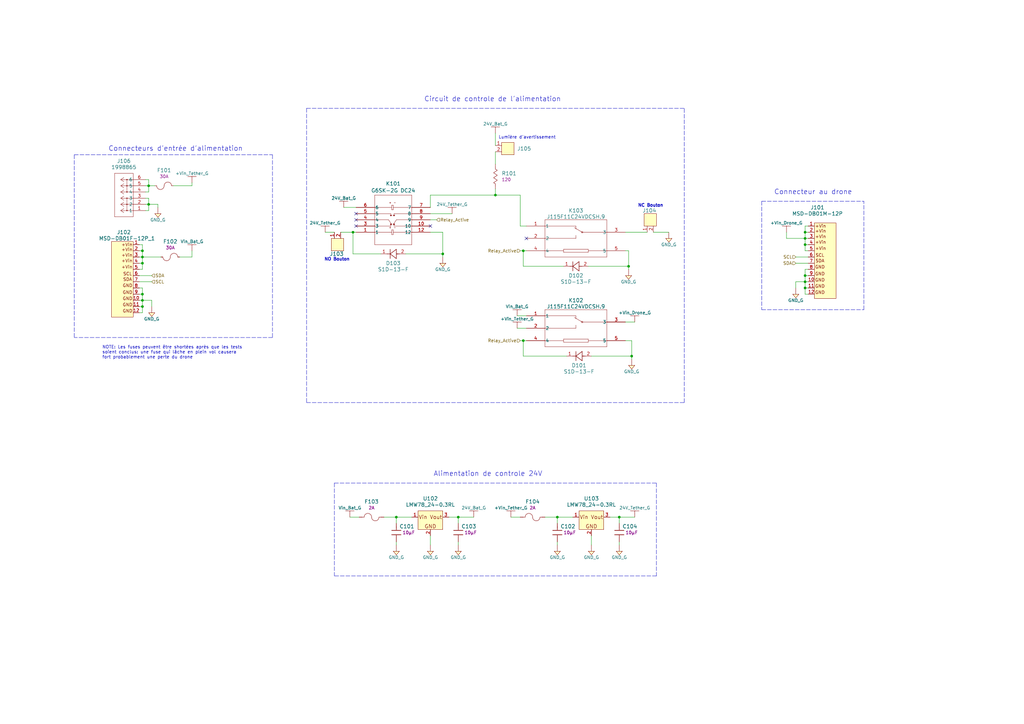
<source format=kicad_sch>
(kicad_sch (version 20230121) (generator eeschema)
  (paper "A3")
  (lib_symbols
    (symbol "Capacitors:GRM32EC72A106ME05L" (pin_numbers hide) (pin_names (offset 0) hide)
      (property "Reference" "C" (at -1.27 4.064 0))
      (property "Capacitance (Farad)" "10µF" (at -1.27 -3.048 0))
      (symbol "GRM32EC72A106ME05L_0_1"
        (polyline (pts (xy -2.54 0) (xy -2.286 0)))
        (polyline (pts (xy -2.159 1.905) (xy -2.159 -1.905)) (stroke (width 0.254)))
        (polyline (pts (xy -0.381 1.905) (xy -0.381 -1.905)) (stroke (width 0.254)))
        (polyline (pts (xy 0 0) (xy -0.254 0)))
        (polyline (pts (xy 0.635 0) (xy 1.27 0)))
      )
      (symbol "GRM32EC72A106ME05L_1_1"
        (pin passive line (at -5.08 0 0) (length 2.54) (name "1") (number "1"))
        (pin passive line (at 2.54 0 180) (length 2.54) (name "2") (number "2"))
      )
    )
    (symbol "Connectors:1998865" (pin_names (offset 0.254))
      (property "Reference" "J" (at 8.89 6.35 0))
      (property "Value" "1998865" (at 8.89 8.382 0))
      (symbol "1998865_0_1"
        (polyline (pts (xy 5.08 -15.24) (xy 12.7 -15.24)) (stroke (width 0.127)))
        (polyline (pts (xy 5.08 2.54) (xy 5.08 -15.24)) (stroke (width 0.127)))
        (polyline (pts (xy 7.62 -7.62) (xy 7.62 -12.7)) (stroke (width 0.127)))
        (polyline (pts (xy 7.62 0) (xy 7.62 -5.08)) (stroke (width 0.127)))
        (polyline (pts (xy 10.16 -12.7) (xy 5.08 -12.7)) (stroke (width 0.127)))
        (polyline (pts (xy 10.16 -12.7) (xy 8.89 -13.5467)) (stroke (width 0.127)))
        (polyline (pts (xy 10.16 -12.7) (xy 8.89 -11.8533)) (stroke (width 0.127)))
        (polyline (pts (xy 10.16 -10.16) (xy 5.08 -10.16)) (stroke (width 0.127)))
        (polyline (pts (xy 10.16 -10.16) (xy 8.89 -11.0067)) (stroke (width 0.127)))
        (polyline (pts (xy 10.16 -10.16) (xy 8.89 -9.3133)) (stroke (width 0.127)))
        (polyline (pts (xy 10.16 -7.62) (xy 5.08 -7.62)) (stroke (width 0.127)))
        (polyline (pts (xy 10.16 -7.62) (xy 8.89 -8.4667)) (stroke (width 0.127)))
        (polyline (pts (xy 10.16 -7.62) (xy 8.89 -6.7733)) (stroke (width 0.127)))
        (polyline (pts (xy 10.16 -5.08) (xy 5.08 -5.08)) (stroke (width 0.127)))
        (polyline (pts (xy 10.16 -5.08) (xy 8.89 -5.9267)) (stroke (width 0.127)))
        (polyline (pts (xy 10.16 -5.08) (xy 8.89 -4.2333)) (stroke (width 0.127)))
        (polyline (pts (xy 10.16 -2.54) (xy 5.08 -2.54)) (stroke (width 0.127)))
        (polyline (pts (xy 10.16 -2.54) (xy 8.89 -3.3867)) (stroke (width 0.127)))
        (polyline (pts (xy 10.16 -2.54) (xy 8.89 -1.6933)) (stroke (width 0.127)))
        (polyline (pts (xy 10.16 0) (xy 5.08 0)) (stroke (width 0.127)))
        (polyline (pts (xy 10.16 0) (xy 8.89 -0.8467)) (stroke (width 0.127)))
        (polyline (pts (xy 10.16 0) (xy 8.89 0.8467)) (stroke (width 0.127)))
        (polyline (pts (xy 12.7 -15.24) (xy 12.7 2.54)) (stroke (width 0.127)))
        (polyline (pts (xy 12.7 2.54) (xy 5.08 2.54)) (stroke (width 0.127)))
        (circle (center 7.62 -12.7) (radius 0.127) (stroke (width 0.254)))
        (circle (center 7.62 -10.16) (radius 0.127) (stroke (width 0.254)))
        (circle (center 7.62 -7.62) (radius 0.127) (stroke (width 0.254)))
        (circle (center 7.62 -5.08) (radius 0.127) (stroke (width 0.254)))
        (circle (center 7.62 -2.54) (radius 0.127) (stroke (width 0.254)))
        (circle (center 7.62 0) (radius 0.127) (stroke (width 0.254)))
        (pin unspecified line (at 0 0 0) (length 5.08) (name "1") (number "1"))
        (pin unspecified line (at 0 -2.54 0) (length 5.08) (name "2") (number "2"))
        (pin unspecified line (at 0 -5.08 0) (length 5.08) (name "3") (number "3"))
        (pin unspecified line (at 0 -7.62 0) (length 5.08) (name "4") (number "4"))
        (pin unspecified line (at 0 -10.16 0) (length 5.08) (name "5") (number "5"))
        (pin unspecified line (at 0 -12.7 0) (length 5.08) (name "6") (number "6"))
      )
    )
    (symbol "Connectors:64900221122" (pin_names (offset 0) hide)
      (property "Reference" "J" (at 0 5.08 0))
      (property "Value" "64900221122" (at 0 -3.81 0))
      (symbol "64900221122_0_1"
        (rectangle (start -2.54 3.81) (end 2.54 -1.27) (fill (type background)))
      )
      (symbol "64900221122_1_1"
        (pin passive line (at 5.08 0 180) (length 2.54) (name "1") (number "1"))
        (pin passive line (at 5.08 2.54 180) (length 2.54) (name "2") (number "2"))
      )
    )
    (symbol "Connectors:MSD-DB01F-12P_1" (pin_names (offset 0) hide)
      (property "Reference" "J" (at 0 34.29 0))
      (property "Value" "MSD-DB01F-12P_1" (at 0 -3.81 0))
      (symbol "MSD-DB01F-12P_1_0_1"
        (rectangle (start -7.62 31.75) (end 1.27 0.762) (fill (type background)))
      )
      (symbol "MSD-DB01F-12P_1_1_1"
        (text "+Vin" (at -1.27 21.336 0) (effects (font (size 1.27 1.27))))
        (text "+Vin" (at -1.27 23.876 0) (effects (font (size 1.27 1.27))))
        (text "+Vin" (at -1.27 26.162 0) (effects (font (size 1.27 1.27))))
        (text "+Vin" (at -1.27 28.448 0) (effects (font (size 1.27 1.27))))
        (text "+Vin" (at -1.27 30.48 0) (effects (font (size 1.27 1.27))))
        (text "GND" (at -1.016 3.302 0) (effects (font (size 1.27 1.27))))
        (text "GND" (at -1.016 5.842 0) (effects (font (size 1.27 1.27))))
        (text "GND" (at -1.016 8.382 0) (effects (font (size 1.27 1.27))))
        (text "GND" (at -1.016 10.922 0) (effects (font (size 1.27 1.27))))
        (text "GND" (at -1.016 13.716 0) (effects (font (size 1.27 1.27))))
        (text "SCL" (at -1.016 18.542 0) (effects (font (size 1.27 1.27))))
        (text "SDA" (at -1.016 16.256 0) (effects (font (size 1.27 1.27))))
        (pin passive line (at 3.81 30.48 180) (length 2.54) (name "1") (number "1"))
        (pin passive line (at 3.81 7.62 180) (length 2.54) (name "10") (number "10"))
        (pin passive line (at 3.81 5.08 180) (length 2.54) (name "11") (number "11"))
        (pin passive line (at 3.81 2.54 180) (length 2.54) (name "12") (number "12"))
        (pin passive line (at 3.81 27.94 180) (length 2.54) (name "2") (number "2"))
        (pin passive line (at 3.81 25.4 180) (length 2.54) (name "3") (number "3"))
        (pin passive line (at 3.81 22.86 180) (length 2.54) (name "4") (number "4"))
        (pin passive line (at 3.81 20.32 180) (length 2.54) (name "5") (number "5"))
        (pin passive line (at 3.81 17.78 180) (length 2.54) (name "6") (number "6"))
        (pin passive line (at 3.81 15.24 180) (length 2.54) (name "7") (number "7"))
        (pin passive line (at 3.81 12.7 180) (length 2.54) (name "8") (number "8"))
        (pin passive line (at 3.81 10.16 180) (length 2.54) (name "9") (number "9"))
      )
    )
    (symbol "Connectors:MSD-DB01M-12P" (pin_names (offset 0) hide)
      (property "Reference" "J" (at 0 34.29 0))
      (property "Value" "MSD-DB01M-12P" (at 0 -3.81 0))
      (symbol "MSD-DB01M-12P_0_1"
        (rectangle (start -7.62 31.75) (end 1.27 0.762) (fill (type background)))
      )
      (symbol "MSD-DB01M-12P_1_1"
        (text "+Vin" (at -1.27 21.336 0) (effects (font (size 1.27 1.27))))
        (text "+Vin" (at -1.27 23.876 0) (effects (font (size 1.27 1.27))))
        (text "+Vin" (at -1.27 26.162 0) (effects (font (size 1.27 1.27))))
        (text "+Vin" (at -1.27 28.448 0) (effects (font (size 1.27 1.27))))
        (text "+Vin" (at -1.27 30.48 0) (effects (font (size 1.27 1.27))))
        (text "GND" (at -1.016 3.302 0) (effects (font (size 1.27 1.27))))
        (text "GND" (at -1.016 5.842 0) (effects (font (size 1.27 1.27))))
        (text "GND" (at -1.016 8.382 0) (effects (font (size 1.27 1.27))))
        (text "GND" (at -1.016 10.922 0) (effects (font (size 1.27 1.27))))
        (text "GND" (at -1.016 13.716 0) (effects (font (size 1.27 1.27))))
        (text "SCL" (at -1.016 18.542 0) (effects (font (size 1.27 1.27))))
        (text "SDA" (at -1.016 16.256 0) (effects (font (size 1.27 1.27))))
        (pin passive line (at 3.81 30.48 180) (length 2.54) (name "1") (number "1"))
        (pin passive line (at 3.81 7.62 180) (length 2.54) (name "10") (number "10"))
        (pin passive line (at 3.81 5.08 180) (length 2.54) (name "11") (number "11"))
        (pin passive line (at 3.81 2.54 180) (length 2.54) (name "12") (number "12"))
        (pin passive line (at 3.81 27.94 180) (length 2.54) (name "2") (number "2"))
        (pin passive line (at 3.81 25.4 180) (length 2.54) (name "3") (number "3"))
        (pin passive line (at 3.81 22.86 180) (length 2.54) (name "4") (number "4"))
        (pin passive line (at 3.81 20.32 180) (length 2.54) (name "5") (number "5"))
        (pin passive line (at 3.81 17.78 180) (length 2.54) (name "6") (number "6"))
        (pin passive line (at 3.81 15.24 180) (length 2.54) (name "7") (number "7"))
        (pin passive line (at 3.81 12.7 180) (length 2.54) (name "8") (number "8"))
        (pin passive line (at 3.81 10.16 180) (length 2.54) (name "9") (number "9"))
      )
    )
    (symbol "Diodes:S1D-13-F" (pin_names (offset 0.254))
      (property "Reference" "D" (at 5.08 4.445 0))
      (property "Value" "S1D-13-F" (at 5.08 -3.81 0))
      (symbol "S1D-13-F_1_1"
        (polyline (pts (xy 2.54 0) (xy 3.4798 0)) (stroke (width 0.2032)))
        (polyline (pts (xy 3.175 0) (xy 3.81 0)) (stroke (width 0.2032)))
        (polyline (pts (xy 3.81 -1.905) (xy 6.35 0)) (stroke (width 0.2032)))
        (polyline (pts (xy 3.81 1.905) (xy 3.81 -1.905)) (stroke (width 0.2032)))
        (polyline (pts (xy 6.35 -1.905) (xy 6.35 1.905)) (stroke (width 0.2032)))
        (polyline (pts (xy 6.35 0) (xy 3.81 1.905)) (stroke (width 0.2032)))
        (polyline (pts (xy 6.35 0) (xy 7.62 0)) (stroke (width 0.2032)))
        (pin unspecified line (at 10.16 0 180) (length 2.54) (name "") (number "1"))
        (pin unspecified line (at 0 0 0) (length 2.54) (name "") (number "2"))
      )
      (symbol "S1D-13-F_1_2"
        (polyline (pts (xy -1.905 3.81) (xy 1.905 3.81)) (stroke (width 0.2032)))
        (polyline (pts (xy 0 2.54) (xy 0 3.4798)) (stroke (width 0.2032)))
        (polyline (pts (xy 0 3.175) (xy 0 3.81)) (stroke (width 0.2032)))
        (polyline (pts (xy 0 6.35) (xy -1.905 3.81)) (stroke (width 0.2032)))
        (polyline (pts (xy 0 6.35) (xy 0 7.62)) (stroke (width 0.2032)))
        (polyline (pts (xy 1.905 3.81) (xy 0 6.35)) (stroke (width 0.2032)))
        (polyline (pts (xy 1.905 6.35) (xy -1.905 6.35)) (stroke (width 0.2032)))
        (pin unspecified line (at 0 10.16 270) (length 2.54) (name "") (number "1"))
        (pin unspecified line (at 0 0 90) (length 2.54) (name "") (number "2"))
      )
    )
    (symbol "Fuses:047706.3MRET1P" (pin_numbers hide) (pin_names (offset 0) hide)
      (property "Reference" "F" (at 0 2.794 0))
      (property "Current Rating (A)" "6.3A" (at 0 -2.54 0))
      (symbol "047706.3MRET1P_0_1"
        (arc (start 0 0) (mid 1.524 -1.5174) (end 3.048 0))
      )
      (symbol "047706.3MRET1P_1_1"
        (arc (start 0 0) (mid -1.524 1.5174) (end -3.048 0))
        (pin passive line (at -3.81 0 0) (length 0.762) (name "~") (number "1"))
        (pin passive line (at 3.81 0 180) (length 0.762) (name "~") (number "2"))
      )
    )
    (symbol "Fuses:0698Q2000-02" (pin_numbers hide) (pin_names (offset 0) hide)
      (property "Reference" "F" (at 0 2.794 0))
      (property "Current Rating (A)" "2A" (at 0 -2.54 0))
      (symbol "0698Q2000-02_0_1"
        (rectangle (start -3.81 0) (end -3.048 0) (fill (type background)))
        (arc (start 0 0) (mid 1.524 -1.5174) (end 3.048 0))
        (rectangle (start 3.048 0) (end 3.81 0) (fill (type background)))
      )
      (symbol "0698Q2000-02_1_1"
        (arc (start 0 0) (mid -1.524 1.5174) (end -3.048 0))
        (pin passive line (at -5.08 0 0) (length 1.27) (name "1") (number "1"))
        (pin passive line (at 5.08 0 180) (length 1.27) (name "2") (number "2"))
      )
    )
    (symbol "PMIC:LMW78_24-0.3RL" (pin_names (offset 0) hide)
      (property "Reference" "U" (at 0 3.81 0))
      (property "Value" "LMW78_24-0.3RL" (at 0 -10.16 0))
      (symbol "LMW78_24-0.3RL_0_0"
        (text "GND" (at 0 -3.81 0) (effects (font (size 1.524 1.524))))
        (text "Vin" (at -3.048 0 0) (effects (font (size 1.524 1.524))))
        (text "Vout" (at 2.286 0 0) (effects (font (size 1.524 1.524))))
      )
      (symbol "LMW78_24-0.3RL_0_1"
        (rectangle (start -5.08 -5.08) (end 5.08 2.54) (fill (type background)))
      )
      (symbol "LMW78_24-0.3RL_1_1"
        (pin input line (at -7.62 0 0) (length 2.54) (name "Vin") (number "1"))
        (pin input line (at 0 -7.62 90) (length 2.54) (name "GND") (number "2"))
        (pin input line (at 7.62 0 180) (length 2.54) (name "Vout") (number "3"))
      )
    )
    (symbol "Power_Port:+24V_Bat_G" (power) (pin_numbers hide) (pin_names (offset 0) hide)
      (property "Value" "+24V_Bat_G" (at -0.254 3.556 0))
      (symbol "+24V_Bat_G_0_1"
        (polyline (pts (xy -1.778 2.54) (xy 0 2.54)))
        (polyline (pts (xy 0 0) (xy 0 2.54)))
        (polyline (pts (xy 0 2.54) (xy 1.778 2.54)))
      )
      (symbol "+24V_Bat_G_1_1"
        (pin power_in line (at 0 0 90) (length 0) hide (name "24V_Bat_G") (number "1"))
      )
    )
    (symbol "Power_Port:+24V_Tether_G" (power) (pin_numbers hide) (pin_names (offset 0) hide)
      (property "Value" "+24V_Tether_G" (at -0.254 3.556 0))
      (symbol "+24V_Tether_G_0_1"
        (polyline (pts (xy -1.778 2.54) (xy 0 2.54)))
        (polyline (pts (xy 0 0) (xy 0 2.54)))
        (polyline (pts (xy 0 2.54) (xy 1.778 2.54)))
      )
      (symbol "+24V_Tether_G_1_1"
        (pin power_in line (at 0 0 90) (length 0) hide (name "24V_Tether_G") (number "1"))
      )
    )
    (symbol "Power_Port:+Vin_Bat_G" (power) (pin_numbers hide) (pin_names (offset 0) hide)
      (property "Value" "+Vin_Bat_G" (at -0.254 3.556 0))
      (symbol "+Vin_Bat_G_0_1"
        (polyline (pts (xy -1.778 2.54) (xy 0 2.54)))
        (polyline (pts (xy 0 0) (xy 0 2.54)))
        (polyline (pts (xy 0 2.54) (xy 1.778 2.54)))
      )
      (symbol "+Vin_Bat_G_1_1"
        (pin power_in line (at 0 0 90) (length 0) hide (name "Vin_Bat_G") (number "1"))
      )
    )
    (symbol "Power_Port:+Vin_Drone_G" (power) (pin_numbers hide) (pin_names (offset 0) hide)
      (property "Value" "+Vin_Drone_G" (at -0.254 3.556 0))
      (symbol "+Vin_Drone_G_0_1"
        (polyline (pts (xy -1.778 2.54) (xy 0 2.54)))
        (polyline (pts (xy 0 0) (xy 0 2.54)))
        (polyline (pts (xy 0 2.54) (xy 1.778 2.54)))
      )
      (symbol "+Vin_Drone_G_1_1"
        (pin power_in line (at 0 0 90) (length 0) hide (name "+Vin_Drone_G") (number "1"))
      )
    )
    (symbol "Power_Port:+Vin_Tether_G" (power) (pin_numbers hide) (pin_names (offset 0) hide)
      (property "Value" "+Vin_Tether_G" (at -0.254 3.556 0))
      (symbol "+Vin_Tether_G_0_1"
        (polyline (pts (xy -1.778 2.54) (xy 0 2.54)))
        (polyline (pts (xy 0 0) (xy 0 2.54)))
        (polyline (pts (xy 0 2.54) (xy 1.778 2.54)))
      )
      (symbol "+Vin_Tether_G_1_1"
        (pin power_in line (at 0 0 90) (length 0) hide (name "+Vin_Tether_G") (number "1"))
      )
    )
    (symbol "Power_Port:GND_G" (power) (pin_numbers hide) (pin_names (offset 0) hide)
      (property "Value" "GND_G" (at 0 -2.54 0))
      (symbol "GND_G_0_1"
        (polyline (pts (xy 0 0) (xy 1.27 0)))
        (polyline (pts (xy -1.27 0) (xy 0 -1.524) (xy 1.27 0)) (fill (type background)))
        (polyline (pts (xy 0 2.54) (xy 0 0) (xy -1.27 0)))
      )
      (symbol "GND_G_1_1"
        (pin power_in line (at 0 2.54 90) (length 0) hide (name "GND_G") (number "1"))
      )
    )
    (symbol "Relays:G6SK-2G_DC24" (pin_names (offset 0.254))
      (property "Reference" "K" (at 15.24 10.16 0))
      (property "Value" "G6SK-2G DC24" (at 16.256 8.128 0))
      (symbol "G6SK-2G_DC24_0_1"
        (polyline (pts (xy 7.62 -15.24) (xy 22.86 -15.24)) (stroke (width 0.127)))
        (polyline (pts (xy 7.62 -7.62) (xy 14.2875 -7.62)) (stroke (width 0.127)))
        (polyline (pts (xy 7.62 -2.54) (xy 14.2875 -2.54)) (stroke (width 0.127)))
        (polyline (pts (xy 7.62 5.08) (xy 7.62 -15.24)) (stroke (width 0.127)))
        (polyline (pts (xy 13.335 -5.08) (xy 7.62 -5.08)) (stroke (width 0.127)))
        (polyline (pts (xy 13.97 -11.7475) (xy 13.97 -12.3825)) (stroke (width 0.127)))
        (polyline (pts (xy 13.97 -6.985) (xy 14.2875 -6.6675)) (stroke (width 0.127)))
        (polyline (pts (xy 13.97 -6.985) (xy 14.605 -6.985)) (stroke (width 0.127)))
        (polyline (pts (xy 13.97 -3.175) (xy 14.2875 -3.4925)) (stroke (width 0.127)))
        (polyline (pts (xy 13.97 -3.175) (xy 14.605 -3.175)) (stroke (width 0.127)))
        (polyline (pts (xy 13.97 -1.5875) (xy 13.97 -2.2225)) (stroke (width 0.127)))
        (polyline (pts (xy 14.2875 -12.065) (xy 13.6525 -12.065)) (stroke (width 0.127)))
        (polyline (pts (xy 14.2875 -7.62) (xy 14.2875 -6.985)) (stroke (width 0.127)))
        (polyline (pts (xy 14.2875 -6.6675) (xy 14.605 -6.985)) (stroke (width 0.127)))
        (polyline (pts (xy 14.2875 -3.4925) (xy 14.605 -3.175)) (stroke (width 0.127)))
        (polyline (pts (xy 14.2875 -2.54) (xy 14.2875 -3.175)) (stroke (width 0.127)))
        (polyline (pts (xy 14.2875 -1.905) (xy 13.6525 -1.905)) (stroke (width 0.127)))
        (polyline (pts (xy 14.605 -11.1125) (xy 15.24 -11.1125)) (stroke (width 0.127)))
        (polyline (pts (xy 14.605 -10.16) (xy 7.62 -10.16)) (stroke (width 0.127)))
        (polyline (pts (xy 14.605 -9.2075) (xy 14.605 -11.1125)) (stroke (width 0.127)))
        (polyline (pts (xy 14.605 -9.2075) (xy 15.24 -9.2075)) (stroke (width 0.127)))
        (polyline (pts (xy 14.605 -3.175) (xy 13.335 -5.08)) (stroke (width 0.127)))
        (polyline (pts (xy 14.605 -0.9525) (xy 15.24 -0.9525)) (stroke (width 0.127)))
        (polyline (pts (xy 14.605 0) (xy 7.62 0)) (stroke (width 0.127)))
        (polyline (pts (xy 14.605 0.9525) (xy 14.605 -0.9525)) (stroke (width 0.127)))
        (polyline (pts (xy 14.605 0.9525) (xy 15.24 0.9525)) (stroke (width 0.127)))
        (polyline (pts (xy 15.24 -10.16) (xy 22.86 -10.16)) (stroke (width 0.127)))
        (polyline (pts (xy 15.24 -9.2075) (xy 15.24 -11.1125)) (stroke (width 0.127)))
        (polyline (pts (xy 15.24 -3.175) (xy 16.51 -5.08)) (stroke (width 0.127)))
        (polyline (pts (xy 15.24 0) (xy 22.86 0)) (stroke (width 0.127)))
        (polyline (pts (xy 15.24 0.9525) (xy 15.24 -0.9525)) (stroke (width 0.127)))
        (polyline (pts (xy 15.5575 -12.065) (xy 16.1925 -12.065)) (stroke (width 0.127)))
        (polyline (pts (xy 15.5575 -7.62) (xy 15.5575 -6.985)) (stroke (width 0.127)))
        (polyline (pts (xy 15.5575 -6.6675) (xy 15.24 -6.985)) (stroke (width 0.127)))
        (polyline (pts (xy 15.5575 -3.4925) (xy 15.24 -3.175)) (stroke (width 0.127)))
        (polyline (pts (xy 15.5575 -2.54) (xy 15.5575 -3.175)) (stroke (width 0.127)))
        (polyline (pts (xy 15.5575 -1.905) (xy 16.1925 -1.905)) (stroke (width 0.127)))
        (polyline (pts (xy 15.875 -6.985) (xy 15.24 -6.985)) (stroke (width 0.127)))
        (polyline (pts (xy 15.875 -6.985) (xy 15.5575 -6.6675)) (stroke (width 0.127)))
        (polyline (pts (xy 15.875 -3.175) (xy 15.24 -3.175)) (stroke (width 0.127)))
        (polyline (pts (xy 15.875 -3.175) (xy 15.5575 -3.4925)) (stroke (width 0.127)))
        (polyline (pts (xy 16.51 -5.08) (xy 22.86 -5.08)) (stroke (width 0.127)))
        (polyline (pts (xy 22.86 -15.24) (xy 22.86 5.08)) (stroke (width 0.127)))
        (polyline (pts (xy 22.86 -7.62) (xy 15.5575 -7.62)) (stroke (width 0.127)))
        (polyline (pts (xy 22.86 -2.54) (xy 15.5575 -2.54)) (stroke (width 0.127)))
        (polyline (pts (xy 22.86 5.08) (xy 7.62 5.08)) (stroke (width 0.127)))
        (polyline (pts (xy 13.97 -6.985) (xy 14.2875 -6.6675) (xy 14.605 -6.985)) (fill (type outline)))
        (polyline (pts (xy 13.97 -3.175) (xy 14.605 -3.175) (xy 14.2875 -3.4925)) (fill (type outline)))
        (polyline (pts (xy 15.875 -6.985) (xy 15.5575 -6.6675) (xy 15.24 -6.985)) (fill (type outline)))
        (polyline (pts (xy 15.875 -3.175) (xy 15.24 -3.175) (xy 15.5575 -3.4925)) (fill (type outline)))
        (pin unspecified line (at 0 0 0) (length 7.62) (name "1") (number "1"))
        (pin unspecified line (at 30.48 -2.54 180) (length 7.62) (name "10") (number "10"))
        (pin unspecified line (at 30.48 0 180) (length 7.62) (name "12") (number "12"))
        (pin unspecified line (at 0 -2.54 0) (length 7.62) (name "3") (number "3"))
        (pin unspecified line (at 0 -5.08 0) (length 7.62) (name "4") (number "4"))
        (pin unspecified line (at 0 -7.62 0) (length 7.62) (name "5") (number "5"))
        (pin unspecified line (at 0 -10.16 0) (length 7.62) (name "6") (number "6"))
        (pin unspecified line (at 30.48 -10.16 180) (length 7.62) (name "7") (number "7"))
        (pin unspecified line (at 30.48 -7.62 180) (length 7.62) (name "8") (number "8"))
        (pin unspecified line (at 30.48 -5.08 180) (length 7.62) (name "9") (number "9"))
      )
    )
    (symbol "Relays:J115F11C24VDCSH.9" (pin_names (offset 0.254))
      (property "Reference" "K" (at 20.32 7.62 0))
      (property "Value" "J115F11C24VDCSH.9" (at 20.32 5.08 0))
      (symbol "J115F11C24VDCSH.9_0_1"
        (polyline (pts (xy 7.62 -12.7) (xy 33.02 -12.7)) (stroke (width 0.127)))
        (polyline (pts (xy 7.62 -10.16) (xy 15.24 -10.16)) (stroke (width 0.127)))
        (polyline (pts (xy 7.62 -5.08) (xy 20.32 -5.08)) (stroke (width 0.127)))
        (polyline (pts (xy 7.62 0) (xy 20.32 0)) (stroke (width 0.127)))
        (polyline (pts (xy 7.62 2.54) (xy 7.62 -12.7)) (stroke (width 0.127)))
        (polyline (pts (xy 15.24 -9.525) (xy 15.24 -10.795)) (stroke (width 0.127)))
        (polyline (pts (xy 15.24 -9.525) (xy 25.4 -9.525)) (stroke (width 0.127)))
        (polyline (pts (xy 20.32 -3.81) (xy 20.32 -5.08)) (stroke (width 0.127)))
        (polyline (pts (xy 20.32 0) (xy 20.32 -1.27)) (stroke (width 0.127)))
        (polyline (pts (xy 22.86 -2.54) (xy 19.685 -0.635)) (stroke (width 0.127)))
        (polyline (pts (xy 25.4 -10.795) (xy 15.24 -10.795)) (stroke (width 0.127)))
        (polyline (pts (xy 25.4 -9.525) (xy 25.4 -10.795)) (stroke (width 0.127)))
        (polyline (pts (xy 33.02 -12.7) (xy 33.02 2.54)) (stroke (width 0.127)))
        (polyline (pts (xy 33.02 -10.16) (xy 25.4 -10.16)) (stroke (width 0.127)))
        (polyline (pts (xy 33.02 -2.54) (xy 22.86 -2.54)) (stroke (width 0.127)))
        (polyline (pts (xy 33.02 2.54) (xy 7.62 2.54)) (stroke (width 0.127)))
        (circle (center 22.86 -2.54) (radius 0.3048) (stroke (width 0.127)))
        (pin unspecified line (at 0 0 0) (length 7.62) (name "1") (number "1"))
        (pin unspecified line (at 0 -5.08 0) (length 7.62) (name "2") (number "2"))
        (pin unspecified line (at 40.64 -2.54 180) (length 7.62) (name "3") (number "3"))
        (pin unspecified line (at 0 -10.16 0) (length 7.62) (name "4") (number "4"))
        (pin unspecified line (at 40.64 -10.16 180) (length 7.62) (name "5") (number "5"))
      )
    )
    (symbol "Resistors:RC1206JR-07120RL" (pin_numbers hide) (pin_names (offset 0) hide)
      (property "Reference" "R" (at 0 2.032 0))
      (property "Resistance (Ohms)" "120" (at 0 -1.778 0))
      (symbol "RC1206JR-07120RL_0_1"
        (rectangle (start -3.048 0) (end -3.81 0))
        (polyline (pts (xy -3.048 0) (xy -2.54 0.762) (xy -2.032 0) (xy -1.524 -0.762) (xy -1.016 0) (xy -0.508 0.762) (xy 0 0) (xy 0.508 -0.762) (xy 1.016 0) (xy 1.524 0.762) (xy 2.032 0) (xy 2.54 -0.762) (xy 3.048 0)))
        (rectangle (start 3.81 0) (end 3.048 0))
      )
      (symbol "RC1206JR-07120RL_1_1"
        (pin passive line (at -5.08 0 0) (length 1.27) (name "1") (number "1"))
        (pin passive line (at 5.08 0 180) (length 1.27) (name "2") (number "2"))
      )
    )
  )
  (junction (at 144.78 95.25))
  (junction (at 58.42 125.73))
  (junction (at 330.2 100.33))
  (junction (at 58.42 123.19))
  (junction (at 257.81 109.22))
  (junction (at 330.2 118.11))
  (junction (at 330.2 97.79))
  (junction (at 214.63 102.87))
  (junction (at 203.2 80.01))
  (junction (at 181.61 104.14))
  (junction (at 60.96 83.82))
  (junction (at 330.2 113.03))
  (junction (at 254 212.09))
  (junction (at 58.42 102.87))
  (junction (at 58.42 105.41))
  (junction (at 58.42 107.95))
  (junction (at 162.56 212.09))
  (junction (at 214.63 139.7))
  (junction (at 58.42 120.65))
  (junction (at 330.2 115.57))
  (junction (at 187.96 212.09))
  (junction (at 228.6 212.09))
  (junction (at 60.96 76.2))
  (junction (at 330.2 95.25))
  (junction (at 259.08 146.05))
  (no_connect (at 146.05 87.63))
  (no_connect (at 215.9 97.79))
  (no_connect (at 146.05 92.71))
  (no_connect (at 146.05 90.17))
  (no_connect (at 176.53 92.71))
  (wire (pts (xy 212.09 129.54) (xy 215.9 129.54)))
  (wire (pts (xy 330.2 102.87) (xy 330.2 100.33)))
  (wire (pts (xy 214.63 146.05) (xy 214.63 139.7)))
  (wire (pts (xy 330.2 115.57) (xy 326.39 115.57)))
  (wire (pts (xy 176.53 80.01) (xy 203.2 80.01)))
  (wire (pts (xy 331.47 102.87) (xy 330.2 102.87)))
  (wire (pts (xy 213.36 102.87) (xy 214.63 102.87)))
  (wire (pts (xy 330.2 113.03) (xy 331.47 113.03)))
  (wire (pts (xy 330.2 97.79) (xy 330.2 95.25)))
  (wire (pts (xy 59.69 78.74) (xy 60.96 78.74)))
  (wire (pts (xy 203.2 62.23) (xy 203.2 67.31)))
  (wire (pts (xy 228.6 214.63) (xy 228.6 212.09)))
  (wire (pts (xy 58.42 125.73) (xy 57.15 125.73)))
  (polyline (pts (xy 269.24 198.12) (xy 269.24 236.22)) (stroke (width 0) (type dash)))
  (wire (pts (xy 259.08 139.7) (xy 259.08 146.05)))
  (polyline (pts (xy 30.48 63.5) (xy 111.76 63.5)) (stroke (width 0) (type dash)))
  (wire (pts (xy 203.2 80.01) (xy 213.36 80.01)))
  (wire (pts (xy 64.77 83.82) (xy 60.96 83.82)))
  (polyline (pts (xy 30.48 63.5) (xy 30.48 138.43)) (stroke (width 0) (type dash)))
  (wire (pts (xy 78.74 102.87) (xy 78.74 105.41)))
  (wire (pts (xy 228.6 222.25) (xy 228.6 223.52)))
  (wire (pts (xy 162.56 214.63) (xy 162.56 212.09)))
  (wire (pts (xy 331.47 92.71) (xy 330.2 92.71)))
  (wire (pts (xy 57.15 113.03) (xy 62.23 113.03)))
  (wire (pts (xy 330.2 100.33) (xy 330.2 97.79)))
  (wire (pts (xy 162.56 222.25) (xy 162.56 223.52)))
  (wire (pts (xy 144.78 95.25) (xy 146.05 95.25)))
  (wire (pts (xy 213.36 92.71) (xy 215.9 92.71)))
  (wire (pts (xy 57.15 128.27) (xy 58.42 128.27)))
  (wire (pts (xy 223.52 212.09) (xy 228.6 212.09)))
  (wire (pts (xy 231.14 109.22) (xy 214.63 109.22)))
  (polyline (pts (xy 269.24 236.22) (xy 137.16 236.22)) (stroke (width 0) (type dash)))
  (wire (pts (xy 58.42 120.65) (xy 58.42 118.11)))
  (wire (pts (xy 187.96 212.09) (xy 187.96 214.63)))
  (wire (pts (xy 257.81 102.87) (xy 256.54 102.87)))
  (wire (pts (xy 144.78 95.25) (xy 144.78 104.14)))
  (wire (pts (xy 57.15 115.57) (xy 62.23 115.57)))
  (wire (pts (xy 228.6 212.09) (xy 234.95 212.09)))
  (wire (pts (xy 60.96 73.66) (xy 59.69 73.66)))
  (wire (pts (xy 331.47 97.79) (xy 330.2 97.79)))
  (wire (pts (xy 176.53 90.17) (xy 179.07 90.17)))
  (polyline (pts (xy 111.76 63.5) (xy 111.76 138.43)) (stroke (width 0) (type dash)))
  (wire (pts (xy 64.77 85.09) (xy 64.77 83.82)))
  (wire (pts (xy 257.81 110.49) (xy 257.81 109.22)))
  (wire (pts (xy 259.08 147.32) (xy 259.08 146.05)))
  (wire (pts (xy 267.97 95.25) (xy 274.32 95.25)))
  (wire (pts (xy 330.2 115.57) (xy 330.2 113.03)))
  (wire (pts (xy 214.63 102.87) (xy 215.9 102.87)))
  (wire (pts (xy 78.74 76.2) (xy 78.74 74.93)))
  (wire (pts (xy 256.54 139.7) (xy 259.08 139.7)))
  (polyline (pts (xy 312.42 82.55) (xy 312.42 127)) (stroke (width 0) (type dash)))
  (wire (pts (xy 58.42 105.41) (xy 66.04 105.41)))
  (wire (pts (xy 58.42 118.11) (xy 57.15 118.11)))
  (wire (pts (xy 185.42 87.63) (xy 176.53 87.63)))
  (wire (pts (xy 203.2 54.61) (xy 203.2 59.69)))
  (wire (pts (xy 331.47 105.41) (xy 326.39 105.41)))
  (wire (pts (xy 60.96 78.74) (xy 60.96 76.2)))
  (wire (pts (xy 214.63 109.22) (xy 214.63 102.87)))
  (polyline (pts (xy 137.16 198.12) (xy 269.24 198.12)) (stroke (width 0) (type dash)))
  (wire (pts (xy 257.81 102.87) (xy 257.81 109.22)))
  (wire (pts (xy 331.47 95.25) (xy 330.2 95.25)))
  (wire (pts (xy 162.56 212.09) (xy 168.91 212.09)))
  (wire (pts (xy 71.12 76.2) (xy 78.74 76.2)))
  (wire (pts (xy 58.42 110.49) (xy 58.42 107.95)))
  (wire (pts (xy 326.39 115.57) (xy 326.39 118.11)))
  (wire (pts (xy 181.61 95.25) (xy 176.53 95.25)))
  (wire (pts (xy 331.47 100.33) (xy 330.2 100.33)))
  (wire (pts (xy 184.15 212.09) (xy 187.96 212.09)))
  (wire (pts (xy 250.19 212.09) (xy 254 212.09)))
  (wire (pts (xy 176.53 80.01) (xy 176.53 85.09)))
  (wire (pts (xy 62.23 125.73) (xy 62.23 123.19)))
  (wire (pts (xy 254 222.25) (xy 254 223.52)))
  (polyline (pts (xy 125.73 165.1) (xy 280.67 165.1)) (stroke (width 0) (type dash)))
  (wire (pts (xy 214.63 139.7) (xy 215.9 139.7)))
  (polyline (pts (xy 354.33 127) (xy 354.33 82.55)) (stroke (width 0) (type dash)))
  (wire (pts (xy 60.96 76.2) (xy 60.96 73.66)))
  (polyline (pts (xy 125.73 44.45) (xy 125.73 165.1)) (stroke (width 0) (type dash)))
  (wire (pts (xy 203.2 77.47) (xy 203.2 80.01)))
  (wire (pts (xy 58.42 107.95) (xy 58.42 105.41)))
  (wire (pts (xy 181.61 104.14) (xy 181.61 105.41)))
  (wire (pts (xy 232.41 146.05) (xy 214.63 146.05)))
  (wire (pts (xy 58.42 107.95) (xy 57.15 107.95)))
  (wire (pts (xy 330.2 118.11) (xy 331.47 118.11)))
  (wire (pts (xy 322.58 97.79) (xy 322.58 95.25)))
  (wire (pts (xy 187.96 222.25) (xy 187.96 223.52)))
  (wire (pts (xy 242.57 146.05) (xy 259.08 146.05)))
  (polyline (pts (xy 312.42 82.55) (xy 354.33 82.55)) (stroke (width 0) (type dash)))
  (wire (pts (xy 59.69 76.2) (xy 60.96 76.2)))
  (wire (pts (xy 58.42 102.87) (xy 57.15 102.87)))
  (wire (pts (xy 241.3 109.22) (xy 257.81 109.22)))
  (wire (pts (xy 330.2 118.11) (xy 330.2 115.57)))
  (wire (pts (xy 60.96 81.28) (xy 59.69 81.28)))
  (wire (pts (xy 60.96 86.36) (xy 60.96 83.82)))
  (wire (pts (xy 209.55 212.09) (xy 213.36 212.09)))
  (wire (pts (xy 58.42 100.33) (xy 57.15 100.33)))
  (wire (pts (xy 330.2 110.49) (xy 331.47 110.49)))
  (wire (pts (xy 254 212.09) (xy 254 214.63)))
  (polyline (pts (xy 137.16 198.12) (xy 137.16 236.22)) (stroke (width 0) (type dash)))
  (wire (pts (xy 330.2 95.25) (xy 330.2 92.71)))
  (polyline (pts (xy 312.42 127) (xy 354.33 127)) (stroke (width 0) (type dash)))
  (wire (pts (xy 166.37 104.14) (xy 181.61 104.14)))
  (wire (pts (xy 181.61 95.25) (xy 181.61 104.14)))
  (wire (pts (xy 58.42 105.41) (xy 58.42 102.87)))
  (wire (pts (xy 260.35 132.08) (xy 256.54 132.08)))
  (wire (pts (xy 157.48 212.09) (xy 162.56 212.09)))
  (polyline (pts (xy 280.67 165.1) (xy 280.67 44.45)) (stroke (width 0) (type dash)))
  (wire (pts (xy 176.53 219.71) (xy 176.53 223.52)))
  (wire (pts (xy 242.57 219.71) (xy 242.57 223.52)))
  (wire (pts (xy 331.47 107.95) (xy 326.39 107.95)))
  (wire (pts (xy 213.36 139.7) (xy 214.63 139.7)))
  (wire (pts (xy 256.54 95.25) (xy 265.43 95.25)))
  (wire (pts (xy 213.36 80.01) (xy 213.36 92.71)))
  (wire (pts (xy 330.2 120.65) (xy 330.2 118.11)))
  (wire (pts (xy 187.96 212.09) (xy 194.31 212.09)))
  (wire (pts (xy 60.96 83.82) (xy 59.69 83.82)))
  (wire (pts (xy 144.78 104.14) (xy 156.21 104.14)))
  (wire (pts (xy 330.2 115.57) (xy 331.47 115.57)))
  (polyline (pts (xy 111.76 138.43) (xy 30.48 138.43)) (stroke (width 0) (type dash)))
  (wire (pts (xy 137.16 95.25) (xy 133.35 95.25)))
  (wire (pts (xy 58.42 128.27) (xy 58.42 125.73)))
  (polyline (pts (xy 125.73 44.45) (xy 280.67 44.45)) (stroke (width 0) (type dash)))
  (wire (pts (xy 139.7 95.25) (xy 144.78 95.25)))
  (wire (pts (xy 58.42 105.41) (xy 57.15 105.41)))
  (wire (pts (xy 322.58 97.79) (xy 330.2 97.79)))
  (wire (pts (xy 146.05 85.09) (xy 140.97 85.09)))
  (wire (pts (xy 58.42 123.19) (xy 57.15 123.19)))
  (wire (pts (xy 78.74 105.41) (xy 73.66 105.41)))
  (wire (pts (xy 58.42 102.87) (xy 58.42 100.33)))
  (wire (pts (xy 59.69 86.36) (xy 60.96 86.36)))
  (wire (pts (xy 60.96 83.82) (xy 60.96 81.28)))
  (wire (pts (xy 254 212.09) (xy 260.35 212.09)))
  (wire (pts (xy 143.51 212.09) (xy 147.32 212.09)))
  (wire (pts (xy 57.15 110.49) (xy 58.42 110.49)))
  (wire (pts (xy 60.96 76.2) (xy 63.5 76.2)))
  (wire (pts (xy 58.42 125.73) (xy 58.42 123.19)))
  (wire (pts (xy 58.42 123.19) (xy 58.42 120.65)))
  (wire (pts (xy 330.2 113.03) (xy 330.2 110.49)))
  (wire (pts (xy 62.23 123.19) (xy 58.42 123.19)))
  (wire (pts (xy 331.47 120.65) (xy 330.2 120.65)))
  (wire (pts (xy 212.09 134.62) (xy 215.9 134.62)))
  (wire (pts (xy 58.42 120.65) (xy 57.15 120.65)))
  (text "NOTE: Les fuses peuvent être shortées après que les tests\nsoient conclus: une fuse qui lâche en plein vol causera\nfort probablement une perte du drone" (at 41.91 147.32 0) (effects (font (size 1.27 1.27)) (justify left bottom)))
  (text "Circuit de controle de l'alimentation" (at 173.99 41.91 0) (effects (font (size 2 2)) (justify left bottom)))
  (text "Connecteurs d'entrée d'alimentation" (at 44.45 62.23 0) (effects (font (size 2 2)) (justify left bottom)))
  (text "Connecteur au drone" (at 317.5 80.01 0) (effects (font (size 2 2)) (justify left bottom)))
  (text "Alimentation de controle 24V" (at 177.8 195.58 0) (effects (font (size 2 2)) (justify left bottom)))
  (text "Lumière d'avertissement" (at 204.47 57.15 0) (effects (font (size 1.27 1.27)) (justify left bottom)))
  (text "NO Bouton\n\n" (at 143.51 109.22 0) (effects (font (size 1.27 1.27) (thickness 0.254) bold) (justify right bottom)))
  (text "NC Bouton\n" (at 261.62 85.09 0) (effects (font (size 1.27 1.27) (thickness 0.254) bold) (justify left bottom)))
  (hierarchical_label "SCL" (shape input) (at 326.39 105.41 180))
  (hierarchical_label "Relay_Active" (shape input) (at 213.36 139.7 180))
  (hierarchical_label "SDA" (shape input) (at 62.23 113.03 0))
  (hierarchical_label "Relay_Active" (shape input) (at 213.36 102.87 180))
  (hierarchical_label "Relay_Active" (shape input) (at 179.07 90.17 0))
  (hierarchical_label "SCL" (shape input) (at 62.23 115.57 0))
  (hierarchical_label "SDA" (shape input) (at 326.39 107.95 180))
  (symbol (lib_id "Power_Port:+Vin_Tether_G") (at 212.09 134.62 0) (unit 1)
    (property "Reference" "#PWR0212" (effects hide))
    (property "Value" "+Vin_Tether_G" (at 212.09 130.81 0))
  )
  (symbol (lib_id "Power_Port:GND_G") (at 257.81 113.03 0) (unit 1)
    (property "Reference" "#PWR0227" (effects hide))
    (property "Value" "GND_G" (at 257.81 115.57 0))
  )
  (symbol (lib_id "Power_Port:GND_G") (at 326.39 120.65 0) (unit 1)
    (property "Reference" "#PWR0229" (effects hide))
    (property "Value" "GND_G" (at 326.39 123.19 0))
  )
  (symbol (lib_id "Power_Port:+Vin_Bat_G") (at 143.51 212.09 0) (unit 1)
    (property "Reference" "#PWR0214" (effects hide))
    (property "Value" "+Vin_Bat_G" (at 143.51 208.28 0))
  )
  (symbol (lib_id "Connectors:MSD-DB01M-12P") (at 335.28 123.19 0) (mirror y) (unit 1)
    (property "Reference" "J101" (at 335.28 85.09 0) (effects (font (size 1.524 1.524))))
    (property "Value" "MSD-DB01M-12P" (at 335.28 87.63 0) (effects (font (size 1.524 1.524))))
    (property "Footprint" "Connectors:649012227222" (effects hide))
    (property "Datasheet" "http://katalog.we-online.de/em/datasheet/6490xx227222.pdf" (effects hide))
    (property "Supplier" "MISA TECH CO." (effects hide))
    (property "Supplier Part Number" "MSD-DB01M-12P" (effects hide))
    (property "Manufacturer" "MISA TECH CO." (effects hide))
    (property "Manufacturer Part Number" "649012227222" (effects hide))
    (property "Description" "CONNECTUR MALE 12PINS 2.7mm" (effects hide))
    (instances (project "Power Selector" (path "" (reference "J101") (unit 1)) (path "" (reference "J204") (unit 1))))
  )
  (symbol (lib_id "Capacitors:GRM32EC72A106ME05L") (at 254 217.17 90) (unit 1)
    (property "Reference" "C104" (at 255.27 215.9 90) (effects (font (size 1.524 1.524)) (justify right)))
    (property "Value" "GRM32EC72A106ME05L" (effects hide))
    (property "Footprint" "Capacitors:C1210" (effects hide))
    (property "Datasheet" "D" (effects hide))
    (property "Supplier" "Digikey" (effects hide))
    (property "Supplier Part Number" "490-GRM32EC72A106ME05LCT-ND" (effects hide))
    (property "Manufacturer" "Murata Electronics" (effects hide))
    (property "Manufacturer Part Number" "GRM32EC72A106ME05L" (effects hide))
    (property "Description" "CAP CER 10UF 100V" (effects hide))
    (property "Capacitance (Farad)" "10µF" (at 256.54 218.44 90) (effects (justify right)))
    (property "Tolerance (%)" "±20%" (effects hide))
    (property "Voltage Rated (Volt)" "100" (effects hide))
    (instances (project "Power Selector" (path "" (reference "C104") (unit 1)) (path "" (reference "C204") (unit 1))))
  )
  (symbol (lib_id "Power_Port:+Vin_Drone_G") (at 260.35 132.08 0) (unit 1)
    (property "Reference" "#PWR0211" (effects hide))
    (property "Value" "+Vin_Drone_G" (at 260.35 128.27 0))
  )
  (symbol (lib_id "Relays:G6SK-2G_DC24") (at 146.05 95.25 0) (mirror x) (unit 1)
    (property "Reference" "K101" (at 161.29 75.3163 0) (effects (font (size 1.524 1.524))))
    (property "Value" "G6SK-2G DC24" (at 161.29 78.1491 0) (effects (font (size 1.524 1.524))))
    (property "Footprint" "Relays:G6SK-2G DC3_OMR" (effects hide))
    (property "Datasheet" "G6SK-2G DC24" (effects hide))
    (instances (project "Power Selector" (path "" (reference "K101") (unit 1)) (path "" (reference "K202") (unit 1))))
  )
  (symbol (lib_id "Connectors:64900221122") (at 265.43 90.17 270) (unit 1)
    (property "Reference" "J104" (at 269.24 86.36 90) (effects (font (size 1.524 1.524)) (justify right)))
    (property "Value" "64900221122" (effects hide))
    (property "Footprint" "Connectors:64900221122" (effects hide))
    (property "Datasheet" "http://katalog.we-online.de/em/datasheet/6490xx21122.pdf" (effects hide))
    (property "Supplier" "Digikey" (effects hide))
    (property "Supplier Part Number" "732-1927-ND" (effects hide))
    (property "Manufacturer" "Wurth Electronics Inc." (effects hide))
    (property "Manufacturer Part Number" "64900221122" (effects hide))
    (property "Description" "HEADER MALE DUAL ANGLE W/MNT 2P" (effects hide))
    (instances (project "Power Selector" (path "" (reference "J104") (unit 1)) (path "" (reference "J202") (unit 1))))
  )
  (symbol (lib_id "Diodes:S1D-13-F") (at 242.57 146.05 180) (unit 1)
    (property "Reference" "D101" (at 237.49 149.86 0) (effects (font (size 1.524 1.524))))
    (property "Value" "S1D-13-F" (at 237.49 152.4 0) (effects (font (size 1.524 1.524))))
    (property "Footprint" "Diodes:SMA_DIO" (effects hide))
    (property "Datasheet" "https://www.diodes.com/assets/Datasheets/ds16003.pdf" (effects hide))
    (instances (project "Power Selector" (path "" (reference "D101") (unit 1)) (path "" (reference "D203") (unit 1))))
  )
  (symbol (lib_id "Power_Port:+24V_Tether_G") (at 260.35 212.09 0) (unit 1)
    (property "Reference" "#PWR0215" (effects hide))
    (property "Value" "+24V_Tether_G" (at 260.35 208.28 0))
  )
  (symbol (lib_id "Connectors:1998865") (at 59.69 86.36 180) (unit 1)
    (property "Reference" "J106" (at 50.8 66.04 0) (effects (font (size 1.524 1.524))))
    (property "Value" "1998865" (at 50.8 68.58 0) (effects (font (size 1.524 1.524))))
    (property "Footprint" "Connectors:1998865" (effects hide))
    (property "Datasheet" "1998865" (effects hide))
    (property "Digikey part number:" "277-6664-ND" (effects hide))
    (instances (project "Power Selector" (path "" (reference "J106") (unit 1)) (path "" (reference "J205") (unit 1))))
  )
  (symbol (lib_id "Power_Port:GND_G") (at 187.96 226.06 0) (unit 1)
    (property "Reference" "#PWR0213" (effects hide))
    (property "Value" "GND_G" (at 187.96 228.6 0))
  )
  (symbol (lib_id "Power_Port:GND_G") (at 259.08 149.86 0) (unit 1)
    (property "Reference" "#PWR0226" (effects hide))
    (property "Value" "GND_G" (at 259.08 152.4 0))
  )
  (symbol (lib_id "Power_Port:+24V_Bat_G") (at 194.31 212.09 0) (unit 1)
    (property "Reference" "#PWR0205" (effects hide))
    (property "Value" "+24V_Bat_G" (at 194.31 208.28 0))
  )
  (symbol (lib_id "Diodes:S1D-13-F") (at 241.3 109.22 180) (unit 1)
    (property "Reference" "D102" (at 236.22 113.03 0) (effects (font (size 1.524 1.524))))
    (property "Value" "S1D-13-F" (at 236.22 115.57 0) (effects (font (size 1.524 1.524))))
    (property "Footprint" "Diodes:SMA_DIO" (effects hide))
    (property "Datasheet" "https://www.diodes.com/assets/Datasheets/ds16003.pdf" (effects hide))
    (instances (project "Power Selector" (path "" (reference "D102") (unit 1)) (path "" (reference "D202") (unit 1))))
  )
  (symbol (lib_id "PMIC:LMW78_24-0.3RL") (at 242.57 212.09 0) (unit 1)
    (property "Reference" "U103" (at 242.57 204.47 0) (effects (font (size 1.524 1.524))))
    (property "Value" "LMW78_24-0.3RL" (at 242.57 207.01 0) (effects (font (size 1.524 1.524))))
    (property "Footprint" "Assembly:OKI-78SR_Horizontal" (effects hide))
    (property "Datasheet" "https://gaptec-electronic.com/datenblaetter/LMW78_0.5R.pdf" (effects hide))
    (property "Supplier" "Digikey" (effects hide))
    (property "Supplier Part Number" "3182-LMW78_24-03R-ND" (effects hide))
    (property "Manufacturer" "GAPTEC Electronic" (effects hide))
    (property "Manufacturer Part Number" "LMW78_24-03R" (effects hide))
    (property "Description" "DC/DC CONVERTER 24V 12W" (effects hide))
    (property "Voltage - Input (Min)" "36V" (effects hide))
    (property "Voltage - Input (Max)" "90V" (effects hide))
    (property "Voltage - Output (Min/Fixed)" "24V" (effects hide))
    (property "Current - Output" "500mA" (effects hide))
    (instances (project "Power Selector" (path "" (reference "U103") (unit 1)) (path "" (reference "U202") (unit 1))))
  )
  (symbol (lib_id "PMIC:LMW78_24-0.3RL") (at 176.53 212.09 0) (unit 1)
    (property "Reference" "U102" (at 176.53 204.47 0) (effects (font (size 1.524 1.524))))
    (property "Value" "LMW78_24-0.3RL" (at 176.53 207.01 0) (effects (font (size 1.524 1.524))))
    (property "Footprint" "Assembly:OKI-78SR_Horizontal" (effects hide))
    (property "Datasheet" "https://gaptec-electronic.com/datenblaetter/LMW78_0.5R.pdf" (effects hide))
    (property "Supplier" "Digikey" (effects hide))
    (property "Supplier Part Number" "3182-LMW78_24-03R-ND" (effects hide))
    (property "Manufacturer" "GAPTEC Electronic" (effects hide))
    (property "Manufacturer Part Number" "LMW78_24-03R" (effects hide))
    (property "Description" "DC/DC CONVERTER 24V 12W" (effects hide))
    (property "Voltage - Input (Min)" "36V" (effects hide))
    (property "Voltage - Input (Max)" "90V" (effects hide))
    (property "Voltage - Output (Min/Fixed)" "24V" (effects hide))
    (property "Current - Output" "500mA" (effects hide))
    (instances (project "Power Selector" (path "" (reference "U102") (unit 1)) (path "" (reference "U201") (unit 1))))
  )
  (symbol (lib_id "Fuses:0698Q2000-02") (at 218.44 212.09 0) (unit 1)
    (property "Reference" "F104" (at 218.44 205.74 0) (effects (font (size 1.524 1.524))))
    (property "Value" "0698Q2000-02" (effects hide))
    (property "Footprint" "Fuses:TE5_395" (effects hide))
    (property "Datasheet" "https://belfuse.com/resources/datasheets/circuitprotection/ds-cp-0698q-series.pdf" (effects hide))
    (property "Supplier" "Digikey" (effects hide))
    (property "Supplier Part Number" "507-1850-1-ND" (effects hide))
    (property "Manufacturer" "Bel Fuse Inc." (effects hide))
    (property "Manufacturer Part Number" "BK/PCC-3-R" (effects hide))
    (property "Current Rating (A)" "2A" (at 218.44 208.28 0))
    (property "Voltage Rating - DC" "140VDC" (effects hide))
    (property "Voltage Rating - AC" "350VAC" (effects hide))
    (instances (project "Power Selector" (path "" (reference "F104") (unit 1)) (path "" (reference "F202") (unit 1))))
  )
  (symbol (lib_id "Power_Port:GND_G") (at 62.23 128.27 0) (unit 1)
    (property "Reference" "#PWR0217" (effects hide))
    (property "Value" "GND_G" (at 62.23 130.81 0))
  )
  (symbol (lib_id "Capacitors:GRM32EC72A106ME05L") (at 162.56 217.17 90) (unit 1)
    (property "Reference" "C101" (at 163.83 215.9 90) (effects (font (size 1.524 1.524)) (justify right)))
    (property "Value" "GRM32EC72A106ME05L" (effects hide))
    (property "Footprint" "Capacitors:C1210" (effects hide))
    (property "Datasheet" "D" (effects hide))
    (property "Supplier" "Digikey" (effects hide))
    (property "Supplier Part Number" "490-GRM32EC72A106ME05LCT-ND" (effects hide))
    (property "Manufacturer" "Murata Electronics" (effects hide))
    (property "Manufacturer Part Number" "GRM32EC72A106ME05L" (effects hide))
    (property "Description" "CAP CER 10UF 100V" (effects hide))
    (property "Capacitance (Farad)" "10µF" (at 165.1 218.44 90) (effects (justify right)))
    (property "Tolerance (%)" "±20%" (effects hide))
    (property "Voltage Rated (Volt)" "100" (effects hide))
    (instances (project "Power Selector" (path "" (reference "C101") (unit 1)) (path "" (reference "C201") (unit 1))))
  )
  (symbol (lib_id "Connectors:MSD-DB01F-12P_1") (at 53.34 130.81 0) (unit 1)
    (property "Reference" "J102" (at 50.8 95.25 0) (effects (font (size 1.524 1.524))))
    (property "Value" "MSD-DB01F-12P_1" (at 52.07 97.79 0) (effects (font (size 1.524 1.524))))
    (property "Footprint" "Connectors:649012227222" (effects hide))
    (property "Supplier" "MISA TECH CO." (effects hide))
    (property "Supplier Part Number" "MSD-DB01M-12P" (effects hide))
    (property "Manufacturer" "MISA TECH CO." (effects hide))
    (property "Description" "CONNECTUR FEMELLE 12PINS 2.7mm" (effects hide))
    (instances (project "Power Selector" (path "" (reference "J102") (unit 1)) (path "" (reference "J206") (unit 1))))
  )
  (symbol (lib_id "Fuses:0698Q2000-02") (at 152.4 212.09 0) (unit 1)
    (property "Reference" "F103" (at 152.4 205.74 0) (effects (font (size 1.524 1.524))))
    (property "Value" "0698Q2000-02" (effects hide))
    (property "Footprint" "Fuses:TE5_395" (effects hide))
    (property "Datasheet" "https://belfuse.com/resources/datasheets/circuitprotection/ds-cp-0698q-series.pdf" (effects hide))
    (property "Supplier" "Digikey" (effects hide))
    (property "Supplier Part Number" "507-1850-1-ND" (effects hide))
    (property "Manufacturer" "Bel Fuse Inc." (effects hide))
    (property "Manufacturer Part Number" "BK/PCC-3-R" (effects hide))
    (property "Current Rating (A)" "2A" (at 152.4 208.28 0))
    (property "Voltage Rating - DC" "140VDC" (effects hide))
    (property "Voltage Rating - AC" "350VAC" (effects hide))
    (instances (project "Power Selector" (path "" (reference "F103") (unit 1)) (path "" (reference "F201") (unit 1))))
  )
  (symbol (lib_id "Power_Port:+Vin_Bat_G") (at 212.09 129.54 0) (unit 1)
    (property "Reference" "#PWR0210" (effects hide))
    (property "Value" "+Vin_Bat_G" (at 212.09 125.73 0))
  )
  (symbol (lib_id "Power_Port:+Vin_Drone_G") (at 322.58 95.25 0) (unit 1)
    (property "Reference" "#PWR0230" (effects hide))
    (property "Value" "+Vin_Drone_G" (at 322.58 91.44 0))
  )
  (symbol (lib_id "Capacitors:GRM32EC72A106ME05L") (at 187.96 217.17 90) (unit 1)
    (property "Reference" "C103" (at 189.23 215.9 90) (effects (font (size 1.524 1.524)) (justify right)))
    (property "Value" "GRM32EC72A106ME05L" (effects hide))
    (property "Footprint" "Capacitors:C1210" (effects hide))
    (property "Datasheet" "D" (effects hide))
    (property "Supplier" "Digikey" (effects hide))
    (property "Supplier Part Number" "490-GRM32EC72A106ME05LCT-ND" (effects hide))
    (property "Manufacturer" "Murata Electronics" (effects hide))
    (property "Manufacturer Part Number" "GRM32EC72A106ME05L" (effects hide))
    (property "Description" "CAP CER 10UF 100V" (effects hide))
    (property "Capacitance (Farad)" "10µF" (at 190.5 218.44 90) (effects (justify right)))
    (property "Tolerance (%)" "±20%" (effects hide))
    (property "Voltage Rated (Volt)" "100" (effects hide))
    (instances (project "Power Selector" (path "" (reference "C103") (unit 1)) (path "" (reference "C202") (unit 1))))
  )
  (symbol (lib_id "Power_Port:GND_G") (at 64.77 87.63 0) (unit 1)
    (property "Reference" "#PWR0220" (effects hide))
    (property "Value" "GND_G" (at 64.77 90.17 0))
  )
  (symbol (lib_id "Fuses:047706.3MRET1P") (at 67.31 76.2 0) (mirror y) (unit 1)
    (property "Reference" "F101" (at 67.31 69.85 0) (effects (font (size 1.524 1.524))))
    (property "Value" "047706.3MRET1P" (effects hide))
    (property "Footprint" "Fuses:3587TR" (effects hide))
    (property "Datasheet" "https://www.littelfuse.com/~/media/electronics/datasheets/fuses/littelfuse_fuse_477_datasheet.pdf.pdf" (effects hide))
    (property "Supplier" "Digikey" (effects hide))
    (property "Supplier Part Number" "18-047706.3MRET1PCT-ND" (effects hide))
    (property "Manufacturer" "Littelfuse Inc." (effects hide))
    (property "Manufacturer Part Number" "047706.3MRET1P" (effects hide))
    (property "Description" "FUSE CERM 500VAC/400VDC AXIAL 6.3A" (effects hide))
    (property "Current Rating (A)" "30A" (at 67.31 72.39 0))
    (property "Voltage Rating - DC" "400" (effects hide))
    (property "Voltage Rating - AC" "500" (effects hide))
    (instances (project "Power Selector" (path "" (reference "F101") (unit 1)) (path "" (reference "F203") (unit 1))))
  )
  (symbol (lib_id "Power_Port:+Vin_Tether_G") (at 78.74 74.93 0) (unit 1)
    (property "Reference" "#PWR0231" (effects hide))
    (property "Value" "+Vin_Tether_G" (at 78.74 71.12 0))
  )
  (symbol (lib_id "Resistors:RC1206JR-07120RL") (at 203.2 72.39 90) (unit 1)
    (property "Reference" "R101" (at 205.74 71.12 90) (effects (font (size 1.524 1.524)) (justify right)))
    (property "Value" "RC1206JR-07120RL" (effects hide))
    (property "Footprint" "Resistors:R1206" (effects hide))
    (property "Datasheet" "http://www.yageo.com/documents/recent/PYu-RC_Group_51_RoHS_L_7.pdf" (effects hide))
    (property "Supplier" "Digikey" (effects hide))
    (property "Supplier Part Number" "311-120ERCT-ND" (effects hide))
    (property "Manufacturer" "Yageo" (effects hide))
    (property "Manufacturer Part Number" "RC1206JR-07120RL" (effects hide))
    (property "Description" "RES SMD 120 OHM 5% 1/4W 1206" (effects hide))
    (property "Resistance (Ohms)" "120" (at 205.74 73.66 90) (effects (justify right)))
    (property "Tolerance (%)" "±5%" (effects hide))
    (property "Puissance (Watts)" "1/4W" (effects hide))
    (instances (project "Power Selector" (path "" (reference "R101") (unit 1)) (path "" (reference "R201") (unit 1))))
  )
  (symbol (lib_id "Connectors:64900221122") (at 208.28 59.69 180) (unit 1)
    (property "Reference" "J105" (at 212.09 60.96 0) (effects (font (size 1.524 1.524)) (justify right)))
    (property "Value" "64900221122" (effects hide))
    (property "Footprint" "Connectors:64900221122" (effects hide))
    (property "Datasheet" "http://katalog.we-online.de/em/datasheet/6490xx21122.pdf" (effects hide))
    (property "Supplier" "Digikey" (effects hide))
    (property "Supplier Part Number" "732-1927-ND" (effects hide))
    (property "Manufacturer" "Wurth Electronics Inc." (effects hide))
    (property "Manufacturer Part Number" "64900221122" (effects hide))
    (property "Description" "HEADER MALE DUAL ANGLE W/MNT 2P" (effects hide))
    (instances (project "Power Selector" (path "" (reference "J105") (unit 1)) (path "" (reference "J201") (unit 1))))
  )
  (symbol (lib_id "Power_Port:+24V_Tether_G") (at 185.42 87.63 0) (unit 1)
    (property "Reference" "#PWR0203" (effects hide))
    (property "Value" "+24V_Tether_G" (at 185.42 83.82 0))
  )
  (symbol (lib_id "Diodes:S1D-13-F") (at 166.37 104.14 180) (unit 1)
    (property "Reference" "D103" (at 161.29 107.95 0) (effects (font (size 1.524 1.524))))
    (property "Value" "S1D-13-F" (at 161.29 110.49 0) (effects (font (size 1.524 1.524))))
    (property "Footprint" "Diodes:SMA_DIO" (effects hide))
    (property "Datasheet" "https://www.diodes.com/assets/Datasheets/ds16003.pdf" (effects hide))
    (instances (project "Power Selector" (path "" (reference "D103") (unit 1)) (path "" (reference "D201") (unit 1))))
  )
  (symbol (lib_id "Power_Port:+24V_Tether_G") (at 133.35 95.25 0) (unit 1)
    (property "Reference" "#PWR0204" (effects hide))
    (property "Value" "+24V_Tether_G" (at 133.35 91.44 0))
  )
  (symbol (lib_id "Relays:J115F11C24VDCSH.9") (at 215.9 92.71 0) (unit 1)
    (property "Reference" "K103" (at 236.22 86.36 0) (effects (font (size 1.524 1.524))))
    (property "Value" "J115F11C24VDCSH.9" (at 236.22 88.9 0) (effects (font (size 1.524 1.524))))
    (property "Footprint" "RELAY5_J115F11C24VDCSH.9_CRS" (effects hide))
    (property "Datasheet" "J115F11C24VDCSH.9" (effects hide))
    (instances (project "Power Selector" (path "" (reference "K103") (unit 1)) (path "" (reference "K201") (unit 1))))
  )
  (symbol (lib_id "Connectors:64900221122") (at 137.16 100.33 270) (mirror x) (unit 1)
    (property "Reference" "J103" (at 140.97 104.14 90) (effects (font (size 1.524 1.524)) (justify right)))
    (property "Value" "64900221122" (effects hide))
    (property "Footprint" "Connectors:64900221122" (effects hide))
    (property "Datasheet" "http://katalog.we-online.de/em/datasheet/6490xx21122.pdf" (effects hide))
    (property "Supplier" "Digikey" (effects hide))
    (property "Supplier Part Number" "732-1927-ND" (effects hide))
    (property "Manufacturer" "Wurth Electronics Inc." (effects hide))
    (property "Manufacturer Part Number" "64900221122" (effects hide))
    (property "Description" "HEADER MALE DUAL ANGLE W/MNT 2P" (effects hide))
    (instances (project "Power Selector" (path "" (reference "J103") (unit 1)) (path "" (reference "J203") (unit 1))))
  )
  (symbol (lib_id "Power_Port:+Vin_Bat_G") (at 78.74 102.87 0) (unit 1)
    (property "Reference" "#PWR0224" (effects hide))
    (property "Value" "+Vin_Bat_G" (at 78.74 99.06 0))
  )
  (symbol (lib_id "Relays:J115F11C24VDCSH.9") (at 215.9 129.54 0) (unit 1)
    (property "Reference" "K102" (at 236.22 123.19 0) (effects (font (size 1.524 1.524))))
    (property "Value" "J115F11C24VDCSH.9" (at 236.22 125.73 0) (effects (font (size 1.524 1.524))))
    (property "Footprint" "RELAY5_J115F11C24VDCSH.9_CRS" (effects hide))
    (property "Datasheet" "J115F11C24VDCSH.9" (effects hide))
    (instances (project "Power Selector" (path "" (reference "K102") (unit 1)) (path "" (reference "K203") (unit 1))))
  )
  (symbol (lib_id "Power_Port:GND_G") (at 176.53 226.06 0) (unit 1)
    (property "Reference" "#PWR0219" (effects hide))
    (property "Value" "GND_G" (at 176.53 228.6 0))
  )
  (symbol (lib_id "Power_Port:+24V_Bat_G") (at 203.2 54.61 0) (unit 1)
    (property "Reference" "#PWR0201" (effects hide))
    (property "Value" "+24V_Bat_G" (at 203.2 50.8 0))
  )
  (symbol (lib_id "Fuses:047706.3MRET1P") (at 69.85 105.41 0) (mirror y) (unit 1)
    (property "Reference" "F102" (at 69.85 99.06 0) (effects (font (size 1.524 1.524))))
    (property "Value" "047706.3MRET1P" (effects hide))
    (property "Footprint" "Fuses:3587TR" (effects hide))
    (property "Datasheet" "https://www.littelfuse.com/~/media/electronics/datasheets/fuses/littelfuse_fuse_477_datasheet.pdf.pdf" (effects hide))
    (property "Supplier" "Digikey" (effects hide))
    (property "Supplier Part Number" "18-047706.3MRET1PCT-ND" (effects hide))
    (property "Manufacturer" "Littelfuse Inc." (effects hide))
    (property "Manufacturer Part Number" "047706.3MRET1P" (effects hide))
    (property "Description" "FUSE CERM 500VAC/400VDC AXIAL 6.3A" (effects hide))
    (property "Current Rating (A)" "30A" (at 69.85 101.6 0))
    (property "Voltage Rating - DC" "400" (effects hide))
    (property "Voltage Rating - AC" "500" (effects hide))
    (instances (project "Power Selector" (path "" (reference "F102") (unit 1)) (path "" (reference "F204") (unit 1))))
  )
  (symbol (lib_id "Power_Port:+24V_Bat_G") (at 140.97 85.09 0) (unit 1)
    (property "Reference" "#PWR0202" (effects hide))
    (property "Value" "+24V_Bat_G" (at 140.97 81.28 0))
  )
  (symbol (lib_id "Capacitors:GRM32EC72A106ME05L") (at 228.6 217.17 90) (unit 1)
    (property "Reference" "C102" (at 229.87 215.9 90) (effects (font (size 1.524 1.524)) (justify right)))
    (property "Value" "GRM32EC72A106ME05L" (effects hide))
    (property "Footprint" "Capacitors:C1210" (effects hide))
    (property "Datasheet" "D" (effects hide))
    (property "Supplier" "Digikey" (effects hide))
    (property "Supplier Part Number" "490-GRM32EC72A106ME05LCT-ND" (effects hide))
    (property "Manufacturer" "Murata Electronics" (effects hide))
    (property "Manufacturer Part Number" "GRM32EC72A106ME05L" (effects hide))
    (property "Description" "CAP CER 10UF 100V" (effects hide))
    (property "Capacitance (Farad)" "10µF" (at 231.14 218.44 90) (effects (justify right)))
    (property "Tolerance (%)" "±20%" (effects hide))
    (property "Voltage Rated (Volt)" "100" (effects hide))
    (instances (project "Power Selector" (path "" (reference "C102") (unit 1)) (path "" (reference "C203") (unit 1))))
  )
  (symbol (lib_id "Power_Port:GND_G") (at 228.6 226.06 0) (unit 1)
    (property "Reference" "#PWR0209" (effects hide))
    (property "Value" "GND_G" (at 228.6 228.6 0))
  )
  (symbol (lib_id "Power_Port:GND_G") (at 162.56 226.06 0) (unit 1)
    (property "Reference" "#PWR0218" (effects hide))
    (property "Value" "GND_G" (at 162.56 228.6 0))
  )
  (symbol (lib_id "Power_Port:+Vin_Tether_G") (at 209.55 212.09 0) (unit 1)
    (property "Reference" "#PWR0216" (effects hide))
    (property "Value" "+Vin_Tether_G" (at 209.55 208.28 0))
  )
  (symbol (lib_id "Power_Port:GND_G") (at 181.61 107.95 0) (unit 1)
    (property "Reference" "#PWR0207" (effects hide))
    (property "Value" "GND_G" (at 181.61 110.49 0))
  )
  (symbol (lib_id "Power_Port:GND_G") (at 242.57 226.06 0) (unit 1)
    (property "Reference" "#PWR0208" (effects hide))
    (property "Value" "GND_G" (at 242.57 228.6 0))
  )
  (symbol (lib_id "Power_Port:GND_G") (at 274.32 97.79 0) (unit 1)
    (property "Reference" "#PWR0228" (effects hide))
    (property "Value" "GND_G" (at 274.32 100.33 0))
  )
  (symbol (lib_id "Power_Port:GND_G") (at 254 226.06 0) (unit 1)
    (property "Reference" "#PWR0206" (effects hide))
    (property "Value" "GND_G" (at 254 228.6 0))
  )
)
</source>
